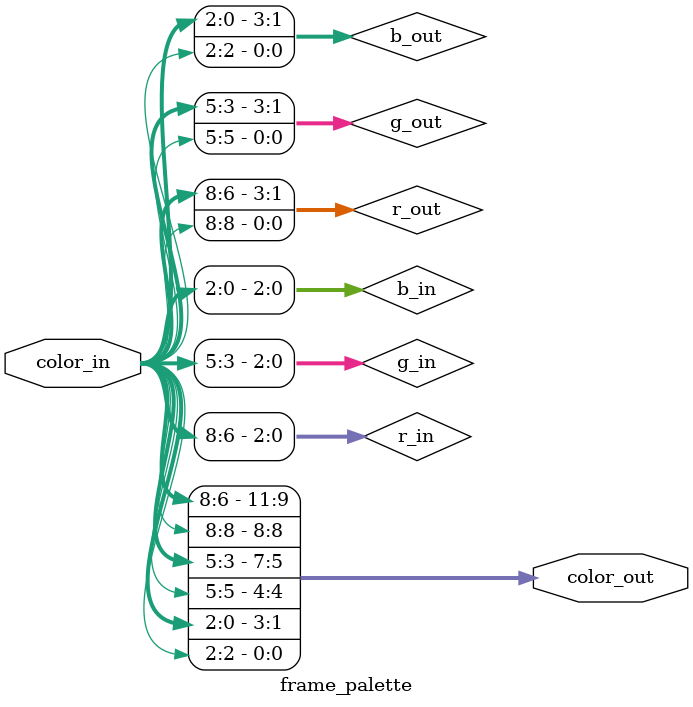
<source format=sv>
`timescale 1ns / 1ps

//Will convert 9 bit pixel color, from video RAM to 12 bit
module frame_palette
(
    input logic [8:0] color_in,
    output logic [11:0] color_out
);

//Internal Signal
logic [2:0] r_in, g_in, b_in;
logic [3:0] r_out, g_out, b_out;

//Body
//From RAM
assign r_in = color_in[8:6];
assign g_in = color_in[5:3];
assign b_in = color_in[2:0];
//Extended Color Palette
assign r_out = {r_in, r_in[2]};
assign g_out = {g_in, g_in[2]};
assign b_out = {b_in, b_in[2]};

//Output Logic
assign color_out = {r_out, g_out, b_out};
endmodule

</source>
